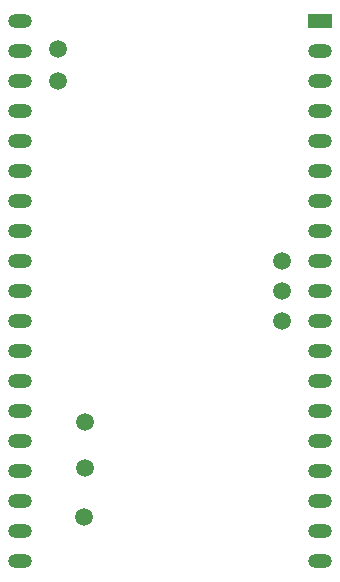
<source format=gbr>
%TF.GenerationSoftware,KiCad,Pcbnew,7.0.5-0*%
%TF.CreationDate,2023-06-28T11:54:25-07:00*%
%TF.ProjectId,AAXA01,41415841-3031-42e6-9b69-6361645f7063,rev?*%
%TF.SameCoordinates,PX5f5d2a1PY5f5eba0*%
%TF.FileFunction,Soldermask,Bot*%
%TF.FilePolarity,Negative*%
%FSLAX46Y46*%
G04 Gerber Fmt 4.6, Leading zero omitted, Abs format (unit mm)*
G04 Created by KiCad (PCBNEW 7.0.5-0) date 2023-06-28 11:54:25*
%MOMM*%
%LPD*%
G01*
G04 APERTURE LIST*
%ADD10C,1.500000*%
%ADD11O,2.000000X1.200000*%
%ADD12R,2.000000X1.200000*%
G04 APERTURE END LIST*
D10*
%TO.C,~{LED3}*%
X7012499Y12855000D03*
%TD*%
%TO.C,~{LED2}*%
X7012499Y8955000D03*
%TD*%
%TO.C,~{LED1}*%
X6912499Y4855000D03*
%TD*%
%TO.C,~{LASER2}*%
X23696140Y23966417D03*
%TD*%
D11*
%TO.C,U4*%
X1499999Y46820000D03*
X1499999Y44280000D03*
X1499999Y41740000D03*
X1499999Y39200000D03*
X1499999Y36660000D03*
X1499999Y34120000D03*
X1499999Y31580000D03*
X1499999Y29040000D03*
X1499999Y26500000D03*
X1499999Y23960000D03*
X1499999Y21420000D03*
X1499999Y18880000D03*
X1499999Y16340000D03*
X1499999Y13800000D03*
X1499999Y11260000D03*
X1499999Y8720000D03*
X1499999Y6180000D03*
X1503679Y3642720D03*
X1503679Y1102720D03*
X26899999Y1100000D03*
X26899999Y3640000D03*
X26899999Y6180000D03*
X26899999Y8720000D03*
X26899999Y11260000D03*
X26899999Y13800000D03*
X26899999Y16340000D03*
X26899999Y18880000D03*
X26899999Y21420000D03*
X26899999Y23960000D03*
X26899999Y26500000D03*
X26899999Y29040000D03*
X26899999Y31580000D03*
X26899999Y34120000D03*
X26899999Y36660000D03*
X26899999Y39200000D03*
X26899999Y41740000D03*
X26899999Y44280000D03*
D12*
X26899999Y46820000D03*
%TD*%
D10*
%TO.C,STROBE*%
X4699999Y41720000D03*
%TD*%
%TO.C,~{LASER1}*%
X23699999Y26520000D03*
%TD*%
%TO.C,TRIGGER*%
X4699999Y44420000D03*
%TD*%
%TO.C,~{LASER3}*%
X23699999Y21420000D03*
%TD*%
M02*

</source>
